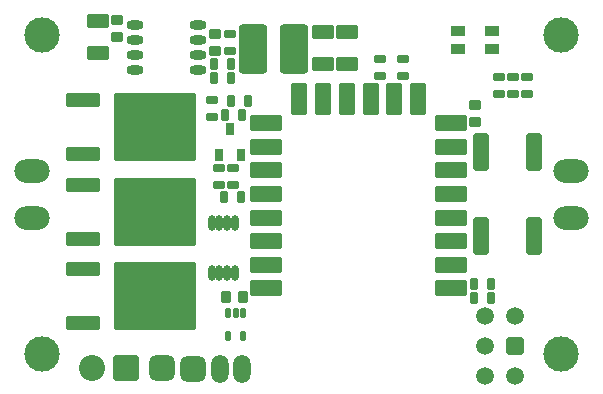
<source format=gts>
G04 Layer_Color=8388736*
%FSAX44Y44*%
%MOMM*%
G71*
G01*
G75*
%ADD35C,1.5000*%
G04:AMPARAMS|DCode=36|XSize=1.5mm|YSize=1.5mm|CornerRadius=0.15mm|HoleSize=0mm|Usage=FLASHONLY|Rotation=180.000|XOffset=0mm|YOffset=0mm|HoleType=Round|Shape=RoundedRectangle|*
%AMROUNDEDRECTD36*
21,1,1.5000,1.2000,0,0,180.0*
21,1,1.2000,1.5000,0,0,180.0*
1,1,0.3000,-0.6000,0.6000*
1,1,0.3000,0.6000,0.6000*
1,1,0.3000,0.6000,-0.6000*
1,1,0.3000,-0.6000,-0.6000*
%
%ADD36ROUNDEDRECTD36*%
%ADD49R,1.3000X0.9000*%
%ADD50R,1.3000X0.9000*%
G04:AMPARAMS|DCode=51|XSize=1.1532mm|YSize=2.8532mm|CornerRadius=0.1064mm|HoleSize=0mm|Usage=FLASHONLY|Rotation=90.000|XOffset=0mm|YOffset=0mm|HoleType=Round|Shape=RoundedRectangle|*
%AMROUNDEDRECTD51*
21,1,1.1532,2.6405,0,0,90.0*
21,1,0.9405,2.8532,0,0,90.0*
1,1,0.2127,1.3202,0.4703*
1,1,0.2127,1.3202,-0.4703*
1,1,0.2127,-1.3202,-0.4703*
1,1,0.2127,-1.3202,0.4703*
%
%ADD51ROUNDEDRECTD51*%
G04:AMPARAMS|DCode=52|XSize=5.7532mm|YSize=7.0032mm|CornerRadius=0.1293mm|HoleSize=0mm|Usage=FLASHONLY|Rotation=90.000|XOffset=0mm|YOffset=0mm|HoleType=Round|Shape=RoundedRectangle|*
%AMROUNDEDRECTD52*
21,1,5.7532,6.7445,0,0,90.0*
21,1,5.4945,7.0032,0,0,90.0*
1,1,0.2587,3.3723,2.7473*
1,1,0.2587,3.3723,-2.7473*
1,1,0.2587,-3.3723,-2.7473*
1,1,0.2587,-3.3723,2.7473*
%
%ADD52ROUNDEDRECTD52*%
G04:AMPARAMS|DCode=53|XSize=0.9532mm|YSize=0.7532mm|CornerRadius=0.1044mm|HoleSize=0mm|Usage=FLASHONLY|Rotation=180.000|XOffset=0mm|YOffset=0mm|HoleType=Round|Shape=RoundedRectangle|*
%AMROUNDEDRECTD53*
21,1,0.9532,0.5445,0,0,180.0*
21,1,0.7445,0.7532,0,0,180.0*
1,1,0.2087,-0.3723,0.2722*
1,1,0.2087,0.3723,0.2722*
1,1,0.2087,0.3723,-0.2722*
1,1,0.2087,-0.3723,-0.2722*
%
%ADD53ROUNDEDRECTD53*%
G04:AMPARAMS|DCode=54|XSize=0.9532mm|YSize=0.7532mm|CornerRadius=0.1044mm|HoleSize=0mm|Usage=FLASHONLY|Rotation=270.000|XOffset=0mm|YOffset=0mm|HoleType=Round|Shape=RoundedRectangle|*
%AMROUNDEDRECTD54*
21,1,0.9532,0.5445,0,0,270.0*
21,1,0.7445,0.7532,0,0,270.0*
1,1,0.2087,-0.2722,-0.3723*
1,1,0.2087,-0.2722,0.3723*
1,1,0.2087,0.2722,0.3723*
1,1,0.2087,0.2722,-0.3723*
%
%ADD54ROUNDEDRECTD54*%
G04:AMPARAMS|DCode=55|XSize=0.7532mm|YSize=1.0032mm|CornerRadius=0.1044mm|HoleSize=0mm|Usage=FLASHONLY|Rotation=180.000|XOffset=0mm|YOffset=0mm|HoleType=Round|Shape=RoundedRectangle|*
%AMROUNDEDRECTD55*
21,1,0.7532,0.7945,0,0,180.0*
21,1,0.5445,1.0032,0,0,180.0*
1,1,0.2087,-0.2722,0.3972*
1,1,0.2087,0.2722,0.3972*
1,1,0.2087,0.2722,-0.3972*
1,1,0.2087,-0.2722,-0.3972*
%
%ADD55ROUNDEDRECTD55*%
G04:AMPARAMS|DCode=56|XSize=0.5532mm|YSize=0.8032mm|CornerRadius=0.1034mm|HoleSize=0mm|Usage=FLASHONLY|Rotation=0.000|XOffset=0mm|YOffset=0mm|HoleType=Round|Shape=RoundedRectangle|*
%AMROUNDEDRECTD56*
21,1,0.5532,0.5965,0,0,0.0*
21,1,0.3465,0.8032,0,0,0.0*
1,1,0.2067,0.1732,-0.2983*
1,1,0.2067,-0.1732,-0.2983*
1,1,0.2067,-0.1732,0.2983*
1,1,0.2067,0.1732,0.2983*
%
%ADD56ROUNDEDRECTD56*%
G04:AMPARAMS|DCode=57|XSize=3.2032mm|YSize=1.3032mm|CornerRadius=0.1566mm|HoleSize=0mm|Usage=FLASHONLY|Rotation=270.000|XOffset=0mm|YOffset=0mm|HoleType=Round|Shape=RoundedRectangle|*
%AMROUNDEDRECTD57*
21,1,3.2032,0.9900,0,0,270.0*
21,1,2.8900,1.3032,0,0,270.0*
1,1,0.3132,-0.4950,-1.4450*
1,1,0.3132,-0.4950,1.4450*
1,1,0.3132,0.4950,1.4450*
1,1,0.3132,0.4950,-1.4450*
%
%ADD57ROUNDEDRECTD57*%
G04:AMPARAMS|DCode=58|XSize=1.0532mm|YSize=0.8032mm|CornerRadius=0.1046mm|HoleSize=0mm|Usage=FLASHONLY|Rotation=180.000|XOffset=0mm|YOffset=0mm|HoleType=Round|Shape=RoundedRectangle|*
%AMROUNDEDRECTD58*
21,1,1.0532,0.5940,0,0,180.0*
21,1,0.8440,0.8032,0,0,180.0*
1,1,0.2092,-0.4220,0.2970*
1,1,0.2092,0.4220,0.2970*
1,1,0.2092,0.4220,-0.2970*
1,1,0.2092,-0.4220,-0.2970*
%
%ADD58ROUNDEDRECTD58*%
G04:AMPARAMS|DCode=59|XSize=1.0532mm|YSize=0.8032mm|CornerRadius=0.1046mm|HoleSize=0mm|Usage=FLASHONLY|Rotation=90.000|XOffset=0mm|YOffset=0mm|HoleType=Round|Shape=RoundedRectangle|*
%AMROUNDEDRECTD59*
21,1,1.0532,0.5940,0,0,90.0*
21,1,0.8440,0.8032,0,0,90.0*
1,1,0.2092,0.2970,0.4220*
1,1,0.2092,0.2970,-0.4220*
1,1,0.2092,-0.2970,-0.4220*
1,1,0.2092,-0.2970,0.4220*
%
%ADD59ROUNDEDRECTD59*%
%ADD60O,0.7032X1.3532*%
G04:AMPARAMS|DCode=61|XSize=1.3032mm|YSize=2.7032mm|CornerRadius=0.1071mm|HoleSize=0mm|Usage=FLASHONLY|Rotation=270.000|XOffset=0mm|YOffset=0mm|HoleType=Round|Shape=RoundedRectangle|*
%AMROUNDEDRECTD61*
21,1,1.3032,2.4890,0,0,270.0*
21,1,1.0890,2.7032,0,0,270.0*
1,1,0.2142,-1.2445,-0.5445*
1,1,0.2142,-1.2445,0.5445*
1,1,0.2142,1.2445,0.5445*
1,1,0.2142,1.2445,-0.5445*
%
%ADD61ROUNDEDRECTD61*%
G04:AMPARAMS|DCode=62|XSize=1.3032mm|YSize=2.7032mm|CornerRadius=0.1071mm|HoleSize=0mm|Usage=FLASHONLY|Rotation=0.000|XOffset=0mm|YOffset=0mm|HoleType=Round|Shape=RoundedRectangle|*
%AMROUNDEDRECTD62*
21,1,1.3032,2.4890,0,0,0.0*
21,1,1.0890,2.7032,0,0,0.0*
1,1,0.2142,0.5445,-1.2445*
1,1,0.2142,-0.5445,-1.2445*
1,1,0.2142,-0.5445,1.2445*
1,1,0.2142,0.5445,1.2445*
%
%ADD62ROUNDEDRECTD62*%
G04:AMPARAMS|DCode=63|XSize=4.2032mm|YSize=2.4032mm|CornerRadius=0.3216mm|HoleSize=0mm|Usage=FLASHONLY|Rotation=90.000|XOffset=0mm|YOffset=0mm|HoleType=Round|Shape=RoundedRectangle|*
%AMROUNDEDRECTD63*
21,1,4.2032,1.7600,0,0,90.0*
21,1,3.5600,2.4032,0,0,90.0*
1,1,0.6432,0.8800,1.7800*
1,1,0.6432,0.8800,-1.7800*
1,1,0.6432,-0.8800,-1.7800*
1,1,0.6432,-0.8800,1.7800*
%
%ADD63ROUNDEDRECTD63*%
G04:AMPARAMS|DCode=64|XSize=1.8532mm|YSize=1.1532mm|CornerRadius=0.1064mm|HoleSize=0mm|Usage=FLASHONLY|Rotation=180.000|XOffset=0mm|YOffset=0mm|HoleType=Round|Shape=RoundedRectangle|*
%AMROUNDEDRECTD64*
21,1,1.8532,0.9405,0,0,180.0*
21,1,1.6405,1.1532,0,0,180.0*
1,1,0.2127,-0.8203,0.4703*
1,1,0.2127,0.8203,0.4703*
1,1,0.2127,0.8203,-0.4703*
1,1,0.2127,-0.8203,-0.4703*
%
%ADD64ROUNDEDRECTD64*%
%ADD65O,1.4532X0.8032*%
G04:AMPARAMS|DCode=66|XSize=1.4732mm|YSize=2.4032mm|CornerRadius=0.7366mm|HoleSize=0mm|Usage=FLASHONLY|Rotation=0.000|XOffset=0mm|YOffset=0mm|HoleType=Round|Shape=RoundedRectangle|*
%AMROUNDEDRECTD66*
21,1,1.4732,0.9300,0,0,0.0*
21,1,0.0000,2.4032,0,0,0.0*
1,1,1.4732,0.0000,-0.4650*
1,1,1.4732,0.0000,-0.4650*
1,1,1.4732,0.0000,0.4650*
1,1,1.4732,0.0000,0.4650*
%
%ADD66ROUNDEDRECTD66*%
G04:AMPARAMS|DCode=67|XSize=2.2032mm|YSize=2.2032mm|CornerRadius=0.6016mm|HoleSize=0mm|Usage=FLASHONLY|Rotation=0.000|XOffset=0mm|YOffset=0mm|HoleType=Round|Shape=RoundedRectangle|*
%AMROUNDEDRECTD67*
21,1,2.2032,1.0000,0,0,0.0*
21,1,1.0000,2.2032,0,0,0.0*
1,1,1.2032,0.5000,-0.5000*
1,1,1.2032,-0.5000,-0.5000*
1,1,1.2032,-0.5000,0.5000*
1,1,1.2032,0.5000,0.5000*
%
%ADD67ROUNDEDRECTD67*%
%ADD68C,3.0000*%
%ADD69O,3.0000X2.0000*%
G04:AMPARAMS|DCode=70|XSize=2.2032mm|YSize=2.2032mm|CornerRadius=0.3016mm|HoleSize=0mm|Usage=FLASHONLY|Rotation=0.000|XOffset=0mm|YOffset=0mm|HoleType=Round|Shape=RoundedRectangle|*
%AMROUNDEDRECTD70*
21,1,2.2032,1.6000,0,0,0.0*
21,1,1.6000,2.2032,0,0,0.0*
1,1,0.6032,0.8000,-0.8000*
1,1,0.6032,-0.8000,-0.8000*
1,1,0.6032,-0.8000,0.8000*
1,1,0.6032,0.8000,0.8000*
%
%ADD70ROUNDEDRECTD70*%
%ADD71C,2.2032*%
D35*
X10430593Y10062464D02*
D03*
Y10011664D02*
D03*
X10405193D02*
D03*
Y10037064D02*
D03*
Y10062464D02*
D03*
D36*
X10430593Y10037064D02*
D03*
D49*
X10382228Y10288582D02*
D03*
Y10303582D02*
D03*
D50*
X10411228D02*
D03*
Y10288582D02*
D03*
D51*
X10064728Y10102288D02*
D03*
Y10056489D02*
D03*
Y10127761D02*
D03*
Y10173561D02*
D03*
Y10244834D02*
D03*
Y10199033D02*
D03*
D52*
X10125728Y10079388D02*
D03*
Y10150661D02*
D03*
Y10221934D02*
D03*
D53*
X10180272Y10187900D02*
D03*
Y10173400D02*
D03*
X10192045Y10187900D02*
D03*
Y10173400D02*
D03*
X10174478Y10230985D02*
D03*
Y10245485D02*
D03*
X10336074Y10265310D02*
D03*
Y10279810D02*
D03*
X10316262Y10265310D02*
D03*
Y10279810D02*
D03*
X10428859Y10264445D02*
D03*
Y10249945D02*
D03*
X10417086Y10264445D02*
D03*
Y10249945D02*
D03*
X10440631Y10264445D02*
D03*
Y10249945D02*
D03*
X10189509Y10301180D02*
D03*
Y10286681D02*
D03*
D54*
X10185245Y10232644D02*
D03*
X10199745D02*
D03*
X10205096Y10244417D02*
D03*
X10190596D02*
D03*
X10410291Y10077538D02*
D03*
X10395791D02*
D03*
Y10089310D02*
D03*
X10410291D02*
D03*
X10199294Y10162794D02*
D03*
X10184794D02*
D03*
X10190509Y10275658D02*
D03*
X10176009D02*
D03*
Y10263885D02*
D03*
X10190509D02*
D03*
D55*
X10180272Y10198696D02*
D03*
X10199272D02*
D03*
X10189772Y10220696D02*
D03*
D56*
X10200939Y10045250D02*
D03*
X10187938D02*
D03*
Y10064750D02*
D03*
X10194438D02*
D03*
X10200939D02*
D03*
D57*
X10402168Y10129770D02*
D03*
Y10200770D02*
D03*
X10447168Y10129770D02*
D03*
Y10200770D02*
D03*
D58*
X10397288Y10226156D02*
D03*
Y10240656D02*
D03*
X10176759Y10286681D02*
D03*
Y10301180D02*
D03*
X10094214Y10313162D02*
D03*
Y10298662D02*
D03*
D59*
X10200750Y10078730D02*
D03*
X10186250D02*
D03*
D60*
X10174000Y10098698D02*
D03*
X10180500D02*
D03*
X10187000D02*
D03*
X10193500D02*
D03*
X10174000Y10141198D02*
D03*
X10180500D02*
D03*
X10187000D02*
D03*
X10193500D02*
D03*
D61*
X10220466Y10085666D02*
D03*
Y10105478D02*
D03*
Y10125798D02*
D03*
Y10145610D02*
D03*
Y10165676D02*
D03*
X10220212Y10185742D02*
D03*
Y10205554D02*
D03*
X10376421Y10225366D02*
D03*
Y10185488D02*
D03*
Y10165676D02*
D03*
Y10145356D02*
D03*
Y10125544D02*
D03*
Y10105478D02*
D03*
X10220212Y10225620D02*
D03*
X10376421Y10205300D02*
D03*
Y10085666D02*
D03*
D62*
X10248406Y10246194D02*
D03*
X10268726D02*
D03*
X10288538D02*
D03*
X10308857D02*
D03*
X10328669D02*
D03*
X10348481D02*
D03*
D63*
X10244032Y10288560D02*
D03*
X10209031D02*
D03*
D64*
X10077441Y10284677D02*
D03*
Y10311676D02*
D03*
X10268054Y10275786D02*
D03*
Y10302786D02*
D03*
X10288827Y10275786D02*
D03*
Y10302786D02*
D03*
D65*
X10162236Y10270236D02*
D03*
Y10282936D02*
D03*
Y10295636D02*
D03*
Y10308336D02*
D03*
X10108737Y10270236D02*
D03*
Y10282936D02*
D03*
Y10295636D02*
D03*
Y10308336D02*
D03*
D66*
X10200132Y10017750D02*
D03*
X10181032D02*
D03*
D67*
X10157968D02*
D03*
X10132060Y10018004D02*
D03*
D68*
X10470000Y10030000D02*
D03*
X10030000D02*
D03*
Y10300000D02*
D03*
X10470000D02*
D03*
D69*
X10022000Y10185000D02*
D03*
Y10145000D02*
D03*
X10478000D02*
D03*
Y10185000D02*
D03*
D70*
X10101632Y10018258D02*
D03*
D71*
X10073132D02*
D03*
M02*

</source>
